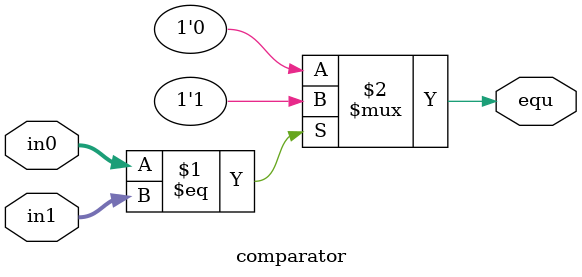
<source format=v>
module comparator(
input [31:0] in0, in1,
output equ
);
assign equ = ( in0 == in1 ) ? 1'b1 : 1'b0;

endmodule
</source>
